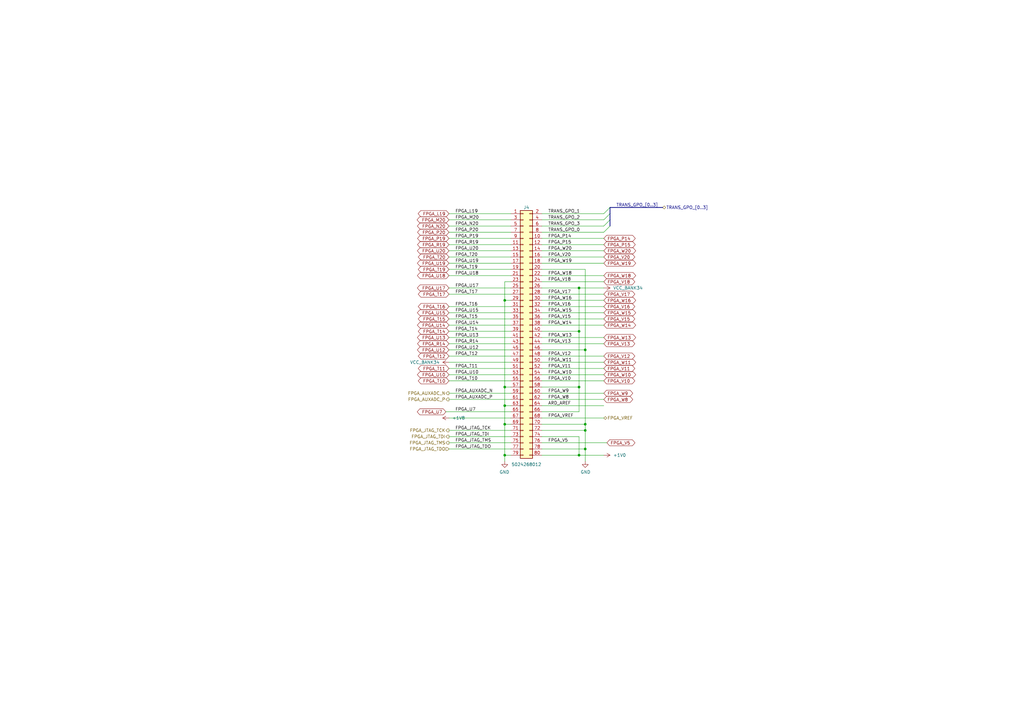
<source format=kicad_sch>
(kicad_sch (version 20231120) (generator "eeschema") (generator_version "8.0")
  (paper "A3")
  (lib_symbols
    (symbol "7z010_ddr:VCC_BANK34" (power) (pin_names (offset 0))
      (property "Value" "VCC_BANK34" (at 3.81 0 90))
      (symbol "VCC_BANK34_0_1"
        (polyline (pts (xy -0.762 1.27) (xy 0 2.54)))
        (polyline (pts (xy 0 0) (xy 0 2.54)))
        (polyline (pts (xy 0 2.54) (xy 0.762 1.27)))
      )
      (symbol "VCC_BANK34_1_1"
        (pin power_in line (at 0 0 90) (length 0) hide (name "VCC_BANK34") (number "1"))
      )
    )
    (symbol "Connector_Generic:Conn_02x40_Odd_Even" (pin_names (offset 1.016) hide)
      (property "Reference" "J" (at 1.27 50.8 0))
      (property "Value" "Conn_02x40_Odd_Even" (at 1.27 -53.34 0))
      (symbol "Conn_02x40_Odd_Even_1_1"
        (rectangle (start -1.27 -50.673) (end 0 -50.927) (stroke (width 0.1524)))
        (rectangle (start -1.27 -48.133) (end 0 -48.387) (stroke (width 0.1524)))
        (rectangle (start -1.27 -45.593) (end 0 -45.847) (stroke (width 0.1524)))
        (rectangle (start -1.27 -43.053) (end 0 -43.307) (stroke (width 0.1524)))
        (rectangle (start -1.27 -40.513) (end 0 -40.767) (stroke (width 0.1524)))
        (rectangle (start -1.27 -37.973) (end 0 -38.227) (stroke (width 0.1524)))
        (rectangle (start -1.27 -35.433) (end 0 -35.687) (stroke (width 0.1524)))
        (rectangle (start -1.27 -32.893) (end 0 -33.147) (stroke (width 0.1524)))
        (rectangle (start -1.27 -30.353) (end 0 -30.607) (stroke (width 0.1524)))
        (rectangle (start -1.27 -27.813) (end 0 -28.067) (stroke (width 0.1524)))
        (rectangle (start -1.27 -25.273) (end 0 -25.527) (stroke (width 0.1524)))
        (rectangle (start -1.27 -22.733) (end 0 -22.987) (stroke (width 0.1524)))
        (rectangle (start -1.27 -20.193) (end 0 -20.447) (stroke (width 0.1524)))
        (rectangle (start -1.27 -17.653) (end 0 -17.907) (stroke (width 0.1524)))
        (rectangle (start -1.27 -15.113) (end 0 -15.367) (stroke (width 0.1524)))
        (rectangle (start -1.27 -12.573) (end 0 -12.827) (stroke (width 0.1524)))
        (rectangle (start -1.27 -10.033) (end 0 -10.287) (stroke (width 0.1524)))
        (rectangle (start -1.27 -7.493) (end 0 -7.747) (stroke (width 0.1524)))
        (rectangle (start -1.27 -4.953) (end 0 -5.207) (stroke (width 0.1524)))
        (rectangle (start -1.27 -2.413) (end 0 -2.667) (stroke (width 0.1524)))
        (rectangle (start -1.27 0.127) (end 0 -0.127) (stroke (width 0.1524)))
        (rectangle (start -1.27 2.667) (end 0 2.413) (stroke (width 0.1524)))
        (rectangle (start -1.27 5.207) (end 0 4.953) (stroke (width 0.1524)))
        (rectangle (start -1.27 7.747) (end 0 7.493) (stroke (width 0.1524)))
        (rectangle (start -1.27 10.287) (end 0 10.033) (stroke (width 0.1524)))
        (rectangle (start -1.27 12.827) (end 0 12.573) (stroke (width 0.1524)))
        (rectangle (start -1.27 15.367) (end 0 15.113) (stroke (width 0.1524)))
        (rectangle (start -1.27 17.907) (end 0 17.653) (stroke (width 0.1524)))
        (rectangle (start -1.27 20.447) (end 0 20.193) (stroke (width 0.1524)))
        (rectangle (start -1.27 22.987) (end 0 22.733) (stroke (width 0.1524)))
        (rectangle (start -1.27 25.527) (end 0 25.273) (stroke (width 0.1524)))
        (rectangle (start -1.27 28.067) (end 0 27.813) (stroke (width 0.1524)))
        (rectangle (start -1.27 30.607) (end 0 30.353) (stroke (width 0.1524)))
        (rectangle (start -1.27 33.147) (end 0 32.893) (stroke (width 0.1524)))
        (rectangle (start -1.27 35.687) (end 0 35.433) (stroke (width 0.1524)))
        (rectangle (start -1.27 38.227) (end 0 37.973) (stroke (width 0.1524)))
        (rectangle (start -1.27 40.767) (end 0 40.513) (stroke (width 0.1524)))
        (rectangle (start -1.27 43.307) (end 0 43.053) (stroke (width 0.1524)))
        (rectangle (start -1.27 45.847) (end 0 45.593) (stroke (width 0.1524)))
        (rectangle (start -1.27 48.387) (end 0 48.133) (stroke (width 0.1524)))
        (rectangle (start -1.27 49.53) (end 3.81 -52.07) (stroke (width 0.254)) (fill (type background)))
        (rectangle (start 3.81 -50.673) (end 2.54 -50.927) (stroke (width 0.1524)))
        (rectangle (start 3.81 -48.133) (end 2.54 -48.387) (stroke (width 0.1524)))
        (rectangle (start 3.81 -45.593) (end 2.54 -45.847) (stroke (width 0.1524)))
        (rectangle (start 3.81 -43.053) (end 2.54 -43.307) (stroke (width 0.1524)))
        (rectangle (start 3.81 -40.513) (end 2.54 -40.767) (stroke (width 0.1524)))
        (rectangle (start 3.81 -37.973) (end 2.54 -38.227) (stroke (width 0.1524)))
        (rectangle (start 3.81 -35.433) (end 2.54 -35.687) (stroke (width 0.1524)))
        (rectangle (start 3.81 -32.893) (end 2.54 -33.147) (stroke (width 0.1524)))
        (rectangle (start 3.81 -30.353) (end 2.54 -30.607) (stroke (width 0.1524)))
        (rectangle (start 3.81 -27.813) (end 2.54 -28.067) (stroke (width 0.1524)))
        (rectangle (start 3.81 -25.273) (end 2.54 -25.527) (stroke (width 0.1524)))
        (rectangle (start 3.81 -22.733) (end 2.54 -22.987) (stroke (width 0.1524)))
        (rectangle (start 3.81 -20.193) (end 2.54 -20.447) (stroke (width 0.1524)))
        (rectangle (start 3.81 -17.653) (end 2.54 -17.907) (stroke (width 0.1524)))
        (rectangle (start 3.81 -15.113) (end 2.54 -15.367) (stroke (width 0.1524)))
        (rectangle (start 3.81 -12.573) (end 2.54 -12.827) (stroke (width 0.1524)))
        (rectangle (start 3.81 -10.033) (end 2.54 -10.287) (stroke (width 0.1524)))
        (rectangle (start 3.81 -7.493) (end 2.54 -7.747) (stroke (width 0.1524)))
        (rectangle (start 3.81 -4.953) (end 2.54 -5.207) (stroke (width 0.1524)))
        (rectangle (start 3.81 -2.413) (end 2.54 -2.667) (stroke (width 0.1524)))
        (rectangle (start 3.81 0.127) (end 2.54 -0.127) (stroke (width 0.1524)))
        (rectangle (start 3.81 2.667) (end 2.54 2.413) (stroke (width 0.1524)))
        (rectangle (start 3.81 5.207) (end 2.54 4.953) (stroke (width 0.1524)))
        (rectangle (start 3.81 7.747) (end 2.54 7.493) (stroke (width 0.1524)))
        (rectangle (start 3.81 10.287) (end 2.54 10.033) (stroke (width 0.1524)))
        (rectangle (start 3.81 12.827) (end 2.54 12.573) (stroke (width 0.1524)))
        (rectangle (start 3.81 15.367) (end 2.54 15.113) (stroke (width 0.1524)))
        (rectangle (start 3.81 17.907) (end 2.54 17.653) (stroke (width 0.1524)))
        (rectangle (start 3.81 20.447) (end 2.54 20.193) (stroke (width 0.1524)))
        (rectangle (start 3.81 22.987) (end 2.54 22.733) (stroke (width 0.1524)))
        (rectangle (start 3.81 25.527) (end 2.54 25.273) (stroke (width 0.1524)))
        (rectangle (start 3.81 28.067) (end 2.54 27.813) (stroke (width 0.1524)))
        (rectangle (start 3.81 30.607) (end 2.54 30.353) (stroke (width 0.1524)))
        (rectangle (start 3.81 33.147) (end 2.54 32.893) (stroke (width 0.1524)))
        (rectangle (start 3.81 35.687) (end 2.54 35.433) (stroke (width 0.1524)))
        (rectangle (start 3.81 38.227) (end 2.54 37.973) (stroke (width 0.1524)))
        (rectangle (start 3.81 40.767) (end 2.54 40.513) (stroke (width 0.1524)))
        (rectangle (start 3.81 43.307) (end 2.54 43.053) (stroke (width 0.1524)))
        (rectangle (start 3.81 45.847) (end 2.54 45.593) (stroke (width 0.1524)))
        (rectangle (start 3.81 48.387) (end 2.54 48.133) (stroke (width 0.1524)))
        (pin passive line (at -5.08 48.26 0) (length 3.81) (name "Pin_1") (number "1"))
        (pin passive line (at 7.62 38.1 180) (length 3.81) (name "Pin_10") (number "10"))
        (pin passive line (at -5.08 35.56 0) (length 3.81) (name "Pin_11") (number "11"))
        (pin passive line (at 7.62 35.56 180) (length 3.81) (name "Pin_12") (number "12"))
        (pin passive line (at -5.08 33.02 0) (length 3.81) (name "Pin_13") (number "13"))
        (pin passive line (at 7.62 33.02 180) (length 3.81) (name "Pin_14") (number "14"))
        (pin passive line (at -5.08 30.48 0) (length 3.81) (name "Pin_15") (number "15"))
        (pin passive line (at 7.62 30.48 180) (length 3.81) (name "Pin_16") (number "16"))
        (pin passive line (at -5.08 27.94 0) (length 3.81) (name "Pin_17") (number "17"))
        (pin passive line (at 7.62 27.94 180) (length 3.81) (name "Pin_18") (number "18"))
        (pin passive line (at -5.08 25.4 0) (length 3.81) (name "Pin_19") (number "19"))
        (pin passive line (at 7.62 48.26 180) (length 3.81) (name "Pin_2") (number "2"))
        (pin passive line (at 7.62 25.4 180) (length 3.81) (name "Pin_20") (number "20"))
        (pin passive line (at -5.08 22.86 0) (length 3.81) (name "Pin_21") (number "21"))
        (pin passive line (at 7.62 22.86 180) (length 3.81) (name "Pin_22") (number "22"))
        (pin passive line (at -5.08 20.32 0) (length 3.81) (name "Pin_23") (number "23"))
        (pin passive line (at 7.62 20.32 180) (length 3.81) (name "Pin_24") (number "24"))
        (pin passive line (at -5.08 17.78 0) (length 3.81) (name "Pin_25") (number "25"))
        (pin passive line (at 7.62 17.78 180) (length 3.81) (name "Pin_26") (number "26"))
        (pin passive line (at -5.08 15.24 0) (length 3.81) (name "Pin_27") (number "27"))
        (pin passive line (at 7.62 15.24 180) (length 3.81) (name "Pin_28") (number "28"))
        (pin passive line (at -5.08 12.7 0) (length 3.81) (name "Pin_29") (number "29"))
        (pin passive line (at -5.08 45.72 0) (length 3.81) (name "Pin_3") (number "3"))
        (pin passive line (at 7.62 12.7 180) (length 3.81) (name "Pin_30") (number "30"))
        (pin passive line (at -5.08 10.16 0) (length 3.81) (name "Pin_31") (number "31"))
        (pin passive line (at 7.62 10.16 180) (length 3.81) (name "Pin_32") (number "32"))
        (pin passive line (at -5.08 7.62 0) (length 3.81) (name "Pin_33") (number "33"))
        (pin passive line (at 7.62 7.62 180) (length 3.81) (name "Pin_34") (number "34"))
        (pin passive line (at -5.08 5.08 0) (length 3.81) (name "Pin_35") (number "35"))
        (pin passive line (at 7.62 5.08 180) (length 3.81) (name "Pin_36") (number "36"))
        (pin passive line (at -5.08 2.54 0) (length 3.81) (name "Pin_37") (number "37"))
        (pin passive line (at 7.62 2.54 180) (length 3.81) (name "Pin_38") (number "38"))
        (pin passive line (at -5.08 0 0) (length 3.81) (name "Pin_39") (number "39"))
        (pin passive line (at 7.62 45.72 180) (length 3.81) (name "Pin_4") (number "4"))
        (pin passive line (at 7.62 0 180) (length 3.81) (name "Pin_40") (number "40"))
        (pin passive line (at -5.08 -2.54 0) (length 3.81) (name "Pin_41") (number "41"))
        (pin passive line (at 7.62 -2.54 180) (length 3.81) (name "Pin_42") (number "42"))
        (pin passive line (at -5.08 -5.08 0) (length 3.81) (name "Pin_43") (number "43"))
        (pin passive line (at 7.62 -5.08 180) (length 3.81) (name "Pin_44") (number "44"))
        (pin passive line (at -5.08 -7.62 0) (length 3.81) (name "Pin_45") (number "45"))
        (pin passive line (at 7.62 -7.62 180) (length 3.81) (name "Pin_46") (number "46"))
        (pin passive line (at -5.08 -10.16 0) (length 3.81) (name "Pin_47") (number "47"))
        (pin passive line (at 7.62 -10.16 180) (length 3.81) (name "Pin_48") (number "48"))
        (pin passive line (at -5.08 -12.7 0) (length 3.81) (name "Pin_49") (number "49"))
        (pin passive line (at -5.08 43.18 0) (length 3.81) (name "Pin_5") (number "5"))
        (pin passive line (at 7.62 -12.7 180) (length 3.81) (name "Pin_50") (number "50"))
        (pin passive line (at -5.08 -15.24 0) (length 3.81) (name "Pin_51") (number "51"))
        (pin passive line (at 7.62 -15.24 180) (length 3.81) (name "Pin_52") (number "52"))
        (pin passive line (at -5.08 -17.78 0) (length 3.81) (name "Pin_53") (number "53"))
        (pin passive line (at 7.62 -17.78 180) (length 3.81) (name "Pin_54") (number "54"))
        (pin passive line (at -5.08 -20.32 0) (length 3.81) (name "Pin_55") (number "55"))
        (pin passive line (at 7.62 -20.32 180) (length 3.81) (name "Pin_56") (number "56"))
        (pin passive line (at -5.08 -22.86 0) (length 3.81) (name "Pin_57") (number "57"))
        (pin passive line (at 7.62 -22.86 180) (length 3.81) (name "Pin_58") (number "58"))
        (pin passive line (at -5.08 -25.4 0) (length 3.81) (name "Pin_59") (number "59"))
        (pin passive line (at 7.62 43.18 180) (length 3.81) (name "Pin_6") (number "6"))
        (pin passive line (at 7.62 -25.4 180) (length 3.81) (name "Pin_60") (number "60"))
        (pin passive line (at -5.08 -27.94 0) (length 3.81) (name "Pin_61") (number "61"))
        (pin passive line (at 7.62 -27.94 180) (length 3.81) (name "Pin_62") (number "62"))
        (pin passive line (at -5.08 -30.48 0) (length 3.81) (name "Pin_63") (number "63"))
        (pin passive line (at 7.62 -30.48 180) (length 3.81) (name "Pin_64") (number "64"))
        (pin passive line (at -5.08 -33.02 0) (length 3.81) (name "Pin_65") (number "65"))
        (pin passive line (at 7.62 -33.02 180) (length 3.81) (name "Pin_66") (number "66"))
        (pin passive line (at -5.08 -35.56 0) (length 3.81) (name "Pin_67") (number "67"))
        (pin passive line (at 7.62 -35.56 180) (length 3.81) (name "Pin_68") (number "68"))
        (pin passive line (at -5.08 -38.1 0) (length 3.81) (name "Pin_69") (number "69"))
        (pin passive line (at -5.08 40.64 0) (length 3.81) (name "Pin_7") (number "7"))
        (pin passive line (at 7.62 -38.1 180) (length 3.81) (name "Pin_70") (number "70"))
        (pin passive line (at -5.08 -40.64 0) (length 3.81) (name "Pin_71") (number "71"))
        (pin passive line (at 7.62 -40.64 180) (length 3.81) (name "Pin_72") (number "72"))
        (pin passive line (at -5.08 -43.18 0) (length 3.81) (name "Pin_73") (number "73"))
        (pin passive line (at 7.62 -43.18 180) (length 3.81) (name "Pin_74") (number "74"))
        (pin passive line (at -5.08 -45.72 0) (length 3.81) (name "Pin_75") (number "75"))
        (pin passive line (at 7.62 -45.72 180) (length 3.81) (name "Pin_76") (number "76"))
        (pin passive line (at -5.08 -48.26 0) (length 3.81) (name "Pin_77") (number "77"))
        (pin passive line (at 7.62 -48.26 180) (length 3.81) (name "Pin_78") (number "78"))
        (pin passive line (at -5.08 -50.8 0) (length 3.81) (name "Pin_79") (number "79"))
        (pin passive line (at 7.62 40.64 180) (length 3.81) (name "Pin_8") (number "8"))
        (pin passive line (at 7.62 -50.8 180) (length 3.81) (name "Pin_80") (number "80"))
        (pin passive line (at -5.08 38.1 0) (length 3.81) (name "Pin_9") (number "9"))
      )
    )
    (symbol "power:+1V0" (power) (pin_names (offset 0))
      (property "Value" "+1V0" (at 0 3.556 0))
      (symbol "+1V0_0_1"
        (polyline (pts (xy -0.762 1.27) (xy 0 2.54)))
        (polyline (pts (xy 0 0) (xy 0 2.54)))
        (polyline (pts (xy 0 2.54) (xy 0.762 1.27)))
      )
      (symbol "+1V0_1_1"
        (pin power_in line (at 0 0 90) (length 0) hide (name "+1V0") (number "1"))
      )
    )
    (symbol "power:+1V8" (power) (pin_names (offset 0))
      (property "Value" "+1V8" (at 0 3.556 0))
      (symbol "+1V8_0_1"
        (polyline (pts (xy -0.762 1.27) (xy 0 2.54)))
        (polyline (pts (xy 0 0) (xy 0 2.54)))
        (polyline (pts (xy 0 2.54) (xy 0.762 1.27)))
      )
      (symbol "+1V8_1_1"
        (pin power_in line (at 0 0 90) (length 0) hide (name "+1V8") (number "1"))
      )
    )
    (symbol "power:GND" (power) (pin_names (offset 0))
      (property "Value" "GND" (at 0 -3.81 0))
      (symbol "GND_0_1"
        (polyline (pts (xy 0 0) (xy 0 -1.27) (xy 1.27 -1.27) (xy 0 -2.54) (xy -1.27 -1.27) (xy 0 -1.27)))
      )
      (symbol "GND_1_1"
        (pin power_in line (at 0 0 270) (length 0) hide (name "GND") (number "1"))
      )
    )
  )
  (junction (at 237.49 118.11))
  (junction (at 240.03 143.51))
  (junction (at 237.49 158.75))
  (junction (at 207.01 166.37))
  (junction (at 240.03 173.99))
  (junction (at 207.01 123.19))
  (junction (at 207.01 158.75))
  (junction (at 237.49 186.69))
  (junction (at 207.01 173.99))
  (junction (at 237.49 135.89))
  (junction (at 240.03 176.53))
  (junction (at 207.01 186.69))
  (junction (at 240.03 184.15))
  (bus_entry (at 250.19 87.63) (size -2.54 2.54))
  (bus_entry (at 250.19 90.17) (size -2.54 2.54))
  (bus_entry (at 250.19 92.71) (size -2.54 2.54))
  (bus_entry (at 250.19 85.09) (size -2.54 2.54))
  (wire (pts (xy 184.15 87.63) (xy 209.55 87.63)))
  (wire (pts (xy 207.01 123.19) (xy 209.55 123.19)))
  (wire (pts (xy 207.01 173.99) (xy 207.01 166.37)))
  (wire (pts (xy 237.49 118.11) (xy 247.65 118.11)))
  (wire (pts (xy 222.25 151.13) (xy 247.65 151.13)))
  (bus (pts (xy 250.19 87.63) (xy 250.19 90.17)))
  (wire (pts (xy 222.25 171.45) (xy 247.65 171.45)))
  (wire (pts (xy 207.01 166.37) (xy 207.01 158.75)))
  (wire (pts (xy 184.15 92.71) (xy 209.55 92.71)))
  (wire (pts (xy 237.49 135.89) (xy 237.49 158.75)))
  (wire (pts (xy 182.88 168.91) (xy 209.55 168.91)))
  (wire (pts (xy 184.15 90.17) (xy 209.55 90.17)))
  (wire (pts (xy 222.25 184.15) (xy 240.03 184.15)))
  (bus (pts (xy 250.19 90.17) (xy 250.19 92.71)))
  (wire (pts (xy 184.15 102.87) (xy 209.55 102.87)))
  (wire (pts (xy 184.15 95.25) (xy 209.55 95.25)))
  (wire (pts (xy 240.03 176.53) (xy 240.03 173.99)))
  (wire (pts (xy 222.25 166.37) (xy 247.65 166.37)))
  (wire (pts (xy 237.49 158.75) (xy 237.49 168.91)))
  (wire (pts (xy 222.25 90.17) (xy 247.65 90.17)))
  (wire (pts (xy 184.15 138.43) (xy 209.55 138.43)))
  (wire (pts (xy 207.01 189.23) (xy 207.01 186.69)))
  (wire (pts (xy 184.15 163.83) (xy 209.55 163.83)))
  (wire (pts (xy 184.15 140.97) (xy 209.55 140.97)))
  (wire (pts (xy 222.25 92.71) (xy 247.65 92.71)))
  (wire (pts (xy 222.25 135.89) (xy 237.49 135.89)))
  (wire (pts (xy 222.25 138.43) (xy 247.65 138.43)))
  (wire (pts (xy 184.15 128.27) (xy 209.55 128.27)))
  (wire (pts (xy 222.25 113.03) (xy 247.65 113.03)))
  (wire (pts (xy 222.25 161.29) (xy 247.65 161.29)))
  (wire (pts (xy 207.01 173.99) (xy 209.55 173.99)))
  (wire (pts (xy 222.25 173.99) (xy 240.03 173.99)))
  (wire (pts (xy 184.15 118.11) (xy 209.55 118.11)))
  (wire (pts (xy 184.15 156.21) (xy 209.55 156.21)))
  (wire (pts (xy 184.15 113.03) (xy 209.55 113.03)))
  (wire (pts (xy 240.03 110.49) (xy 240.03 143.51)))
  (wire (pts (xy 184.15 148.59) (xy 209.55 148.59)))
  (wire (pts (xy 184.15 110.49) (xy 209.55 110.49)))
  (wire (pts (xy 240.03 173.99) (xy 240.03 143.51)))
  (wire (pts (xy 207.01 186.69) (xy 207.01 173.99)))
  (wire (pts (xy 184.15 125.73) (xy 209.55 125.73)))
  (wire (pts (xy 184.15 151.13) (xy 209.55 151.13)))
  (wire (pts (xy 222.25 115.57) (xy 247.65 115.57)))
  (wire (pts (xy 222.25 107.95) (xy 247.65 107.95)))
  (wire (pts (xy 184.15 161.29) (xy 209.55 161.29)))
  (wire (pts (xy 222.25 158.75) (xy 237.49 158.75)))
  (wire (pts (xy 222.25 133.35) (xy 247.65 133.35)))
  (wire (pts (xy 184.15 107.95) (xy 209.55 107.95)))
  (wire (pts (xy 222.25 128.27) (xy 247.65 128.27)))
  (wire (pts (xy 222.25 130.81) (xy 247.65 130.81)))
  (wire (pts (xy 207.01 158.75) (xy 209.55 158.75)))
  (wire (pts (xy 184.15 181.61) (xy 209.55 181.61)))
  (bus (pts (xy 250.19 85.09) (xy 271.78 85.09)))
  (wire (pts (xy 222.25 163.83) (xy 247.65 163.83)))
  (wire (pts (xy 222.25 156.21) (xy 247.65 156.21)))
  (wire (pts (xy 184.15 130.81) (xy 209.55 130.81)))
  (wire (pts (xy 222.25 110.49) (xy 240.03 110.49)))
  (wire (pts (xy 184.15 146.05) (xy 209.55 146.05)))
  (wire (pts (xy 222.25 97.79) (xy 247.65 97.79)))
  (wire (pts (xy 207.01 123.19) (xy 207.01 158.75)))
  (wire (pts (xy 222.25 123.19) (xy 247.65 123.19)))
  (wire (pts (xy 184.15 143.51) (xy 209.55 143.51)))
  (wire (pts (xy 222.25 176.53) (xy 240.03 176.53)))
  (wire (pts (xy 222.25 168.91) (xy 237.49 168.91)))
  (wire (pts (xy 184.15 100.33) (xy 209.55 100.33)))
  (wire (pts (xy 222.25 146.05) (xy 247.65 146.05)))
  (wire (pts (xy 222.25 179.07) (xy 237.49 179.07)))
  (wire (pts (xy 184.15 171.45) (xy 209.55 171.45)))
  (wire (pts (xy 222.25 148.59) (xy 247.65 148.59)))
  (wire (pts (xy 222.25 143.51) (xy 240.03 143.51)))
  (wire (pts (xy 222.25 181.61) (xy 248.92 181.61)))
  (wire (pts (xy 184.15 105.41) (xy 209.55 105.41)))
  (wire (pts (xy 222.25 118.11) (xy 237.49 118.11)))
  (wire (pts (xy 184.15 184.15) (xy 209.55 184.15)))
  (wire (pts (xy 237.49 118.11) (xy 237.49 135.89)))
  (wire (pts (xy 184.15 179.07) (xy 209.55 179.07)))
  (wire (pts (xy 222.25 105.41) (xy 247.65 105.41)))
  (wire (pts (xy 184.15 135.89) (xy 209.55 135.89)))
  (wire (pts (xy 222.25 87.63) (xy 247.65 87.63)))
  (wire (pts (xy 237.49 179.07) (xy 237.49 186.69)))
  (wire (pts (xy 222.25 140.97) (xy 247.65 140.97)))
  (wire (pts (xy 222.25 95.25) (xy 247.65 95.25)))
  (wire (pts (xy 240.03 184.15) (xy 240.03 189.23)))
  (wire (pts (xy 222.25 120.65) (xy 247.65 120.65)))
  (wire (pts (xy 184.15 120.65) (xy 209.55 120.65)))
  (wire (pts (xy 184.15 176.53) (xy 209.55 176.53)))
  (wire (pts (xy 237.49 186.69) (xy 247.65 186.69)))
  (wire (pts (xy 184.15 97.79) (xy 209.55 97.79)))
  (wire (pts (xy 222.25 153.67) (xy 247.65 153.67)))
  (wire (pts (xy 209.55 115.57) (xy 207.01 115.57)))
  (wire (pts (xy 209.55 186.69) (xy 207.01 186.69)))
  (wire (pts (xy 209.55 166.37) (xy 207.01 166.37)))
  (wire (pts (xy 184.15 153.67) (xy 209.55 153.67)))
  (bus (pts (xy 250.19 87.63) (xy 250.19 85.09)))
  (wire (pts (xy 222.25 125.73) (xy 247.65 125.73)))
  (wire (pts (xy 222.25 100.33) (xy 247.65 100.33)))
  (wire (pts (xy 222.25 186.69) (xy 237.49 186.69)))
  (wire (pts (xy 222.25 102.87) (xy 247.65 102.87)))
  (wire (pts (xy 184.15 133.35) (xy 209.55 133.35)))
  (wire (pts (xy 240.03 176.53) (xy 240.03 184.15)))
  (wire (pts (xy 207.01 115.57) (xy 207.01 123.19)))
  (label "FPGA_T20" (at 186.69 105.41 0))
  (label "FPGA_U10" (at 186.69 153.67 0))
  (label "FPGA_JTAG_TDI" (at 186.69 179.07 0))
  (label "FPGA_V5" (at 224.79 181.61 0))
  (label "FPGA_W11" (at 224.79 148.59 0))
  (label "TRANS_GPO_0" (at 224.79 95.25 0))
  (label "ARD_AREF" (at 224.79 166.37 0))
  (label "FPGA_R19" (at 186.69 100.33 0))
  (label "FPGA_AUXADC_P" (at 186.69 163.83 0))
  (label "FPGA_V16" (at 224.79 125.73 0))
  (label "FPGA_R14" (at 186.69 140.97 0))
  (label "FPGA_T16" (at 186.69 125.73 0))
  (label "FPGA_U20" (at 186.69 102.87 0))
  (label "FPGA_U17" (at 186.69 118.11 0))
  (label "FPGA_JTAG_TCK" (at 186.69 176.53 0))
  (label "FPGA_T17" (at 186.69 120.65 0))
  (label "TRANS_GPO_[0..3]" (at 252.73 85.09 0))
  (label "FPGA_U7" (at 186.69 168.91 0))
  (label "FPGA_V17" (at 224.79 120.65 0))
  (label "FPGA_W9" (at 224.79 161.29 0))
  (label "FPGA_V10" (at 224.79 156.21 0))
  (label "FPGA_N20" (at 186.69 92.71 0))
  (label "FPGA_P15" (at 224.79 100.33 0))
  (label "TRANS_GPO_1" (at 224.79 87.63 0))
  (label "FPGA_JTAG_TMS" (at 186.69 181.61 0))
  (label "FPGA_P20" (at 186.69 95.25 0))
  (label "FPGA_VREF" (at 224.79 171.45 0))
  (label "TRANS_GPO_3" (at 224.79 92.71 0))
  (label "FPGA_V12" (at 224.79 146.05 0))
  (label "FPGA_W19" (at 224.79 107.95 0))
  (label "FPGA_V11" (at 224.79 151.13 0))
  (label "FPGA_V13" (at 224.79 140.97 0))
  (label "FPGA_P19" (at 186.69 97.79 0))
  (label "FPGA_W18" (at 224.79 113.03 0))
  (label "FPGA_W15" (at 224.79 128.27 0))
  (label "FPGA_U12" (at 186.69 143.51 0))
  (label "FPGA_U13" (at 186.69 138.43 0))
  (label "FPGA_W8" (at 224.79 163.83 0))
  (label "FPGA_V20" (at 224.79 105.41 0))
  (label "FPGA_T12" (at 186.69 146.05 0))
  (label "FPGA_U19" (at 186.69 107.95 0))
  (label "FPGA_W14" (at 224.79 133.35 0))
  (label "TRANS_GPO_2" (at 224.79 90.17 0))
  (label "FPGA_V15" (at 224.79 130.81 0))
  (label "FPGA_T10" (at 186.69 156.21 0))
  (label "FPGA_W10" (at 224.79 153.67 0))
  (label "FPGA_P14" (at 224.79 97.79 0))
  (label "FPGA_W13" (at 224.79 138.43 0))
  (label "FPGA_JTAG_TDO" (at 186.69 184.15 0))
  (label "FPGA_L19" (at 186.69 87.63 0))
  (label "FPGA_AUXADC_N" (at 186.69 161.29 0))
  (label "FPGA_M20" (at 186.69 90.17 0))
  (label "FPGA_T11" (at 186.69 151.13 0))
  (label "FPGA_T14" (at 186.69 135.89 0))
  (label "FPGA_U15" (at 186.69 128.27 0))
  (label "FPGA_U14" (at 186.69 133.35 0))
  (label "FPGA_V18" (at 224.79 115.57 0))
  (label "FPGA_T15" (at 186.69 130.81 0))
  (label "FPGA_U18" (at 186.69 113.03 0))
  (label "FPGA_W16" (at 224.79 123.19 0))
  (label "FPGA_T19" (at 186.69 110.49 0))
  (label "FPGA_W20" (at 224.79 102.87 0))
  (global_label "FPGA_N20" (shape bidirectional) (at 184.15 92.71 180) (property "Intersheetrefs" "${INTERSHEET_REFS}" (effects (hide yes))))
  (global_label "FPGA_R14" (shape bidirectional) (at 184.15 140.97 180) (property "Intersheetrefs" "${INTERSHEET_REFS}" (effects (hide yes))))
  (global_label "FPGA_V20" (shape bidirectional) (at 247.65 105.41 0) (property "Intersheetrefs" "${INTERSHEET_REFS}" (effects (hide yes))))
  (global_label "FPGA_U20" (shape bidirectional) (at 184.15 102.87 180) (property "Intersheetrefs" "${INTERSHEET_REFS}" (effects (hide yes))))
  (global_label "FPGA_V17" (shape bidirectional) (at 247.65 120.65 0) (property "Intersheetrefs" "${INTERSHEET_REFS}" (effects (hide yes))))
  (global_label "FPGA_U7" (shape bidirectional) (at 182.88 168.91 180) (property "Intersheetrefs" "${INTERSHEET_REFS}" (effects (hide yes))))
  (global_label "FPGA_V10" (shape bidirectional) (at 247.65 156.21 0) (property "Intersheetrefs" "${INTERSHEET_REFS}" (effects (hide yes))))
  (global_label "FPGA_P19" (shape bidirectional) (at 184.15 97.79 180) (property "Intersheetrefs" "${INTERSHEET_REFS}" (effects (hide yes))))
  (global_label "FPGA_U18" (shape bidirectional) (at 184.15 113.03 180) (property "Intersheetrefs" "${INTERSHEET_REFS}" (effects (hide yes))))
  (global_label "FPGA_W13" (shape bidirectional) (at 247.65 138.43 0) (property "Intersheetrefs" "${INTERSHEET_REFS}" (effects (hide yes))))
  (global_label "FPGA_W19" (shape bidirectional) (at 247.65 107.95 0) (property "Intersheetrefs" "${INTERSHEET_REFS}" (effects (hide yes))))
  (global_label "FPGA_V13" (shape bidirectional) (at 247.65 140.97 0) (property "Intersheetrefs" "${INTERSHEET_REFS}" (effects (hide yes))))
  (global_label "FPGA_T17" (shape bidirectional) (at 184.15 120.65 180) (property "Intersheetrefs" "${INTERSHEET_REFS}" (effects (hide yes))))
  (global_label "FPGA_U17" (shape bidirectional) (at 184.15 118.11 180) (property "Intersheetrefs" "${INTERSHEET_REFS}" (effects (hide yes))))
  (global_label "FPGA_T19" (shape bidirectional) (at 184.15 110.49 180) (property "Intersheetrefs" "${INTERSHEET_REFS}" (effects (hide yes))))
  (global_label "FPGA_T20" (shape bidirectional) (at 184.15 105.41 180) (property "Intersheetrefs" "${INTERSHEET_REFS}" (effects (hide yes))))
  (global_label "FPGA_V11" (shape bidirectional) (at 247.65 151.13 0) (property "Intersheetrefs" "${INTERSHEET_REFS}" (effects (hide yes))))
  (global_label "FPGA_W16" (shape bidirectional) (at 247.65 123.19 0) (property "Intersheetrefs" "${INTERSHEET_REFS}" (effects (hide yes))))
  (global_label "FPGA_W18" (shape bidirectional) (at 247.65 113.03 0) (property "Intersheetrefs" "${INTERSHEET_REFS}" (effects (hide yes))))
  (global_label "FPGA_P20" (shape bidirectional) (at 184.15 95.25 180) (property "Intersheetrefs" "${INTERSHEET_REFS}" (effects (hide yes))))
  (global_label "FPGA_P14" (shape bidirectional) (at 247.65 97.79 0) (property "Intersheetrefs" "${INTERSHEET_REFS}" (effects (hide yes))))
  (global_label "FPGA_W9" (shape bidirectional) (at 247.65 161.29 0) (property "Intersheetrefs" "${INTERSHEET_REFS}" (effects (hide yes))))
  (global_label "FPGA_U19" (shape bidirectional) (at 184.15 107.95 180) (property "Intersheetrefs" "${INTERSHEET_REFS}" (effects (hide yes))))
  (global_label "FPGA_R19" (shape bidirectional) (at 184.15 100.33 180) (property "Intersheetrefs" "${INTERSHEET_REFS}" (effects (hide yes))))
  (global_label "FPGA_T16" (shape bidirectional) (at 184.15 125.73 180) (property "Intersheetrefs" "${INTERSHEET_REFS}" (effects (hide yes))))
  (global_label "FPGA_T11" (shape bidirectional) (at 184.15 151.13 180) (property "Intersheetrefs" "${INTERSHEET_REFS}" (effects (hide yes))))
  (global_label "FPGA_V18" (shape bidirectional) (at 247.65 115.57 0) (property "Intersheetrefs" "${INTERSHEET_REFS}" (effects (hide yes))))
  (global_label "FPGA_L19" (shape bidirectional) (at 184.15 87.63 180) (property "Intersheetrefs" "${INTERSHEET_REFS}" (effects (hide yes))))
  (global_label "FPGA_T10" (shape bidirectional) (at 184.15 156.21 180) (property "Intersheetrefs" "${INTERSHEET_REFS}" (effects (hide yes))))
  (global_label "FPGA_V16" (shape bidirectional) (at 247.65 125.73 0) (property "Intersheetrefs" "${INTERSHEET_REFS}" (effects (hide yes))))
  (global_label "FPGA_V15" (shape bidirectional) (at 247.65 130.81 0) (property "Intersheetrefs" "${INTERSHEET_REFS}" (effects (hide yes))))
  (global_label "FPGA_T12" (shape bidirectional) (at 184.15 146.05 180) (property "Intersheetrefs" "${INTERSHEET_REFS}" (effects (hide yes))))
  (global_label "FPGA_U13" (shape bidirectional) (at 184.15 138.43 180) (property "Intersheetrefs" "${INTERSHEET_REFS}" (effects (hide yes))))
  (global_label "FPGA_W11" (shape bidirectional) (at 247.65 148.59 0) (property "Intersheetrefs" "${INTERSHEET_REFS}" (effects (hide yes))))
  (global_label "FPGA_W15" (shape bidirectional) (at 247.65 128.27 0) (property "Intersheetrefs" "${INTERSHEET_REFS}" (effects (hide yes))))
  (global_label "FPGA_U15" (shape bidirectional) (at 184.15 128.27 180) (property "Intersheetrefs" "${INTERSHEET_REFS}" (effects (hide yes))))
  (global_label "FPGA_V12" (shape bidirectional) (at 247.65 146.05 0) (property "Intersheetrefs" "${INTERSHEET_REFS}" (effects (hide yes))))
  (global_label "FPGA_U14" (shape bidirectional) (at 184.15 133.35 180) (property "Intersheetrefs" "${INTERSHEET_REFS}" (effects (hide yes))))
  (global_label "FPGA_U10" (shape bidirectional) (at 184.15 153.67 180) (property "Intersheetrefs" "${INTERSHEET_REFS}" (effects (hide yes))))
  (global_label "FPGA_W14" (shape bidirectional) (at 247.65 133.35 0) (property "Intersheetrefs" "${INTERSHEET_REFS}" (effects (hide yes))))
  (global_label "FPGA_W10" (shape bidirectional) (at 247.65 153.67 0) (property "Intersheetrefs" "${INTERSHEET_REFS}" (effects (hide yes))))
  (global_label "FPGA_T14" (shape bidirectional) (at 184.15 135.89 180) (property "Intersheetrefs" "${INTERSHEET_REFS}" (effects (hide yes))))
  (global_label "FPGA_P15" (shape bidirectional) (at 247.65 100.33 0) (property "Intersheetrefs" "${INTERSHEET_REFS}" (effects (hide yes))))
  (global_label "FPGA_M20" (shape bidirectional) (at 184.15 90.17 180) (property "Intersheetrefs" "${INTERSHEET_REFS}" (effects (hide yes))))
  (global_label "FPGA_T15" (shape bidirectional) (at 184.15 130.81 180) (property "Intersheetrefs" "${INTERSHEET_REFS}" (effects (hide yes))))
  (global_label "FPGA_W8" (shape bidirectional) (at 247.65 163.83 0) (property "Intersheetrefs" "${INTERSHEET_REFS}" (effects (hide yes))))
  (global_label "FPGA_W20" (shape bidirectional) (at 247.65 102.87 0) (property "Intersheetrefs" "${INTERSHEET_REFS}" (effects (hide yes))))
  (global_label "FPGA_V5" (shape bidirectional) (at 248.92 181.61 0) (property "Intersheetrefs" "${INTERSHEET_REFS}" (effects (hide yes))))
  (global_label "FPGA_U12" (shape bidirectional) (at 184.15 143.51 180) (property "Intersheetrefs" "${INTERSHEET_REFS}" (effects (hide yes))))
  (hierarchical_label "FPGA_JTAG_TCK" (shape output) (at 184.15 176.53 180))
  (hierarchical_label "FPGA_AUXADC_N" (shape output) (at 184.15 161.29 180))
  (hierarchical_label "FPGA_JTAG_TDI" (shape output) (at 184.15 179.07 180))
  (hierarchical_label "FPGA_VREF" (shape bidirectional) (at 247.65 171.45 0))
  (hierarchical_label "FPGA_JTAG_TMS" (shape output) (at 184.15 181.61 180))
  (hierarchical_label "TRANS_GPO_[0..3]" (shape bidirectional) (at 271.78 85.09 0))
  (hierarchical_label "FPGA_AUXADC_P" (shape output) (at 184.15 163.83 180))
  (hierarchical_label "FPGA_JTAG_TDO" (shape input) (at 184.15 184.15 180))
  (symbol (lib_id "power:GND") (at 240.03 189.23 0) (unit 1)
    (property "Reference" "#PWR025" (effects (hide yes)))
    (property "Value" "GND" (at 240.157 193.6242 0))
  )
  (symbol (lib_id "power:+1V0") (at 247.65 186.69 270) (unit 1)
    (property "Reference" "#PWR026" (effects (hide yes)))
    (property "Value" "+1V0" (at 251.46 186.6899 90) (effects (justify left)))
  )
  (symbol (lib_id "7z010_ddr:VCC_BANK34") (at 247.65 118.11 270) (mirror x) (unit 1)
    (property "Reference" "#PWR0181" (effects (hide yes)))
    (property "Value" "VCC_BANK34" (at 251.46 118.11 90) (effects (justify left)))
  )
  (symbol (lib_id "power:GND") (at 207.01 189.23 0) (mirror y) (unit 1)
    (property "Reference" "#PWR024" (effects (hide yes)))
    (property "Value" "GND" (at 206.883 193.6242 0))
  )
  (symbol (lib_id "7z010_ddr:VCC_BANK34") (at 184.15 148.59 90) (unit 1)
    (property "Reference" "#PWR0209" (effects (hide yes)))
    (property "Value" "VCC_BANK34" (at 180.34 148.59 90) (effects (justify left)))
  )
  (symbol (lib_id "power:+1V8") (at 184.15 171.45 90) (unit 1)
    (property "Reference" "#PWR023" (effects (hide yes)))
    (property "Value" "+1V8" (at 185.42 171.4499 90) (effects (justify right)))
  )
  (symbol (lib_id "Connector_Generic:Conn_02x40_Odd_Even") (at 214.63 135.89 0) (unit 1)
    (property "Reference" "J4" (at 215.9 85.09 0))
    (property "Value" "5024268012" (at 215.9 190.5 0))
    (property "Footprint" "Connector_Molex:Molex_SlimStack_502430-8010_2x40_P0.40mm_Vertical" (effects (hide yes)))
  )
)
</source>
